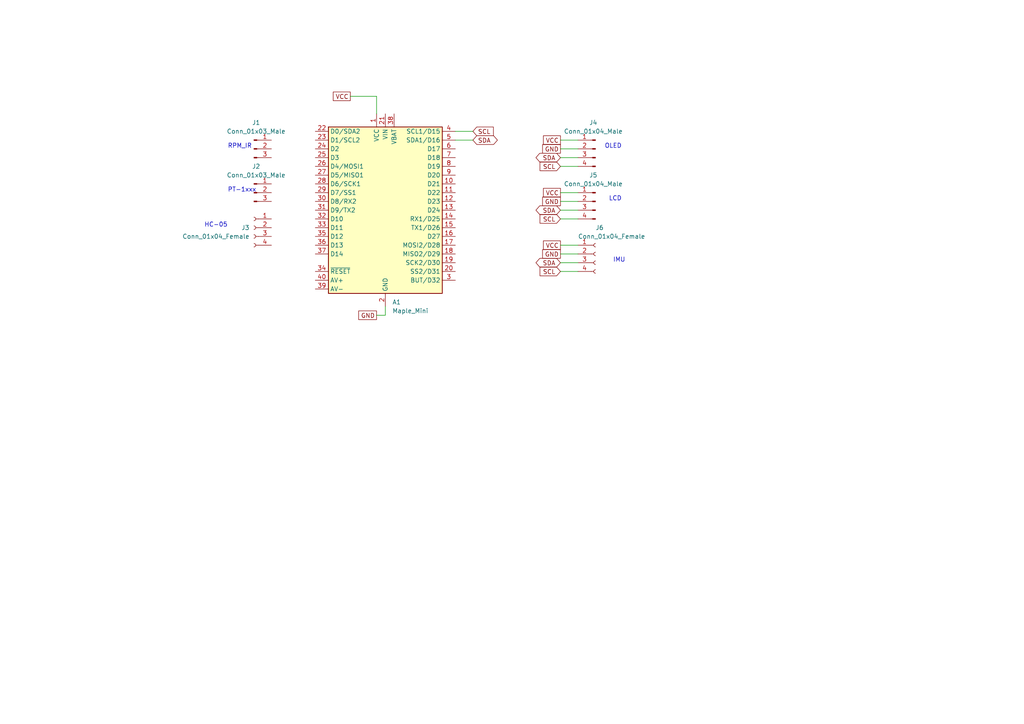
<source format=kicad_sch>
(kicad_sch (version 20211123) (generator eeschema)
  (paper "A4")
  (lib_symbols
    (symbol "Connector:Conn_01x03_Male" (pin_names (offset 1.016) hide)
      (property "Reference" "J" (at 0 5.08 0))
      (property "Value" "Conn_01x03_Male" (at 0 -5.08 0))
      (symbol "Conn_01x03_Male_1_1"
        (polyline (pts (xy 1.27 -2.54) (xy 0.8636 -2.54)) (stroke (width 0.1524)))
        (polyline (pts (xy 1.27 0) (xy 0.8636 0)) (stroke (width 0.1524)))
        (polyline (pts (xy 1.27 2.54) (xy 0.8636 2.54)) (stroke (width 0.1524)))
        (rectangle (start 0.8636 -2.413) (end 0 -2.667) (stroke (width 0.1524)) (fill (type outline)))
        (rectangle (start 0.8636 0.127) (end 0 -0.127) (stroke (width 0.1524)) (fill (type outline)))
        (rectangle (start 0.8636 2.667) (end 0 2.413) (stroke (width 0.1524)) (fill (type outline)))
        (pin passive line (at 5.08 2.54 180) (length 3.81) (name "Pin_1") (number "1"))
        (pin passive line (at 5.08 0 180) (length 3.81) (name "Pin_2") (number "2"))
        (pin passive line (at 5.08 -2.54 180) (length 3.81) (name "Pin_3") (number "3"))
      )
    )
    (symbol "Connector:Conn_01x04_Female" (pin_names (offset 1.016) hide)
      (property "Reference" "J" (at 0 5.08 0))
      (property "Value" "Conn_01x04_Female" (at 0 -7.62 0))
      (symbol "Conn_01x04_Female_1_1"
        (arc (start 0 -4.572) (mid -0.508 -5.08) (end 0 -5.588) (stroke (width 0.1524)))
        (arc (start 0 -2.032) (mid -0.508 -2.54) (end 0 -3.048) (stroke (width 0.1524)))
        (polyline (pts (xy -1.27 -5.08) (xy -0.508 -5.08)) (stroke (width 0.1524)))
        (polyline (pts (xy -1.27 -2.54) (xy -0.508 -2.54)) (stroke (width 0.1524)))
        (polyline (pts (xy -1.27 0) (xy -0.508 0)) (stroke (width 0.1524)))
        (polyline (pts (xy -1.27 2.54) (xy -0.508 2.54)) (stroke (width 0.1524)))
        (arc (start 0 0.508) (mid -0.508 0) (end 0 -0.508) (stroke (width 0.1524)))
        (arc (start 0 3.048) (mid -0.508 2.54) (end 0 2.032) (stroke (width 0.1524)))
        (pin passive line (at -5.08 2.54 0) (length 3.81) (name "Pin_1") (number "1"))
        (pin passive line (at -5.08 0 0) (length 3.81) (name "Pin_2") (number "2"))
        (pin passive line (at -5.08 -2.54 0) (length 3.81) (name "Pin_3") (number "3"))
        (pin passive line (at -5.08 -5.08 0) (length 3.81) (name "Pin_4") (number "4"))
      )
    )
    (symbol "Connector:Conn_01x04_Male" (pin_names (offset 1.016) hide)
      (property "Reference" "J" (at 0 5.08 0))
      (property "Value" "Conn_01x04_Male" (at 0 -7.62 0))
      (symbol "Conn_01x04_Male_1_1"
        (polyline (pts (xy 1.27 -5.08) (xy 0.8636 -5.08)) (stroke (width 0.1524)))
        (polyline (pts (xy 1.27 -2.54) (xy 0.8636 -2.54)) (stroke (width 0.1524)))
        (polyline (pts (xy 1.27 0) (xy 0.8636 0)) (stroke (width 0.1524)))
        (polyline (pts (xy 1.27 2.54) (xy 0.8636 2.54)) (stroke (width 0.1524)))
        (rectangle (start 0.8636 -4.953) (end 0 -5.207) (stroke (width 0.1524)) (fill (type outline)))
        (rectangle (start 0.8636 -2.413) (end 0 -2.667) (stroke (width 0.1524)) (fill (type outline)))
        (rectangle (start 0.8636 0.127) (end 0 -0.127) (stroke (width 0.1524)) (fill (type outline)))
        (rectangle (start 0.8636 2.667) (end 0 2.413) (stroke (width 0.1524)) (fill (type outline)))
        (pin passive line (at 5.08 2.54 180) (length 3.81) (name "Pin_1") (number "1"))
        (pin passive line (at 5.08 0 180) (length 3.81) (name "Pin_2") (number "2"))
        (pin passive line (at 5.08 -2.54 180) (length 3.81) (name "Pin_3") (number "3"))
        (pin passive line (at 5.08 -5.08 180) (length 3.81) (name "Pin_4") (number "4"))
      )
    )
    (symbol "MCU_Module:Maple_Mini"
      (property "Reference" "A" (at -16.51 25.4 0))
      (property "Value" "Maple_Mini" (at 16.51 25.4 0))
      (symbol "Maple_Mini_0_1"
        (rectangle (start -16.51 24.13) (end 16.51 -24.13) (stroke (width 0.254)) (fill (type background)))
      )
      (symbol "Maple_Mini_1_1"
        (pin power_in line (at -2.54 27.94 270) (length 3.81) (name "VCC") (number "1"))
        (pin bidirectional line (at 20.32 7.62 180) (length 3.81) (name "D21") (number "10"))
        (pin bidirectional line (at 20.32 5.08 180) (length 3.81) (name "D22") (number "11"))
        (pin bidirectional line (at 20.32 2.54 180) (length 3.81) (name "D23") (number "12"))
        (pin bidirectional line (at 20.32 0 180) (length 3.81) (name "D24") (number "13"))
        (pin bidirectional line (at 20.32 -2.54 180) (length 3.81) (name "RX1/D25") (number "14"))
        (pin bidirectional line (at 20.32 -5.08 180) (length 3.81) (name "TX1/D26") (number "15"))
        (pin bidirectional line (at 20.32 -7.62 180) (length 3.81) (name "D27") (number "16"))
        (pin bidirectional line (at 20.32 -10.16 180) (length 3.81) (name "MOSI2/D28") (number "17"))
        (pin bidirectional line (at 20.32 -12.7 180) (length 3.81) (name "MISO2/D29") (number "18"))
        (pin bidirectional line (at 20.32 -15.24 180) (length 3.81) (name "SCK2/D30") (number "19"))
        (pin power_in line (at 0 -27.94 90) (length 3.81) (name "GND") (number "2"))
        (pin bidirectional line (at 20.32 -17.78 180) (length 3.81) (name "SS2/D31") (number "20"))
        (pin power_in line (at 0 27.94 270) (length 3.81) (name "VIN") (number "21"))
        (pin bidirectional line (at -20.32 22.86 0) (length 3.81) (name "D0/SDA2") (number "22"))
        (pin bidirectional line (at -20.32 20.32 0) (length 3.81) (name "D1/SCL2") (number "23"))
        (pin bidirectional line (at -20.32 17.78 0) (length 3.81) (name "D2") (number "24"))
        (pin bidirectional line (at -20.32 15.24 0) (length 3.81) (name "D3") (number "25"))
        (pin bidirectional line (at -20.32 12.7 0) (length 3.81) (name "D4/MOSI1") (number "26"))
        (pin bidirectional line (at -20.32 10.16 0) (length 3.81) (name "D5/MISO1") (number "27"))
        (pin bidirectional line (at -20.32 7.62 0) (length 3.81) (name "D6/SCK1") (number "28"))
        (pin bidirectional line (at -20.32 5.08 0) (length 3.81) (name "D7/SS1") (number "29"))
        (pin bidirectional line (at 20.32 -20.32 180) (length 3.81) (name "BUT/D32") (number "3"))
        (pin bidirectional line (at -20.32 2.54 0) (length 3.81) (name "D8/RX2") (number "30"))
        (pin bidirectional line (at -20.32 0 0) (length 3.81) (name "D9/TX2") (number "31"))
        (pin bidirectional line (at -20.32 -2.54 0) (length 3.81) (name "D10") (number "32"))
        (pin bidirectional line (at -20.32 -5.08 0) (length 3.81) (name "D11") (number "33"))
        (pin input line (at -20.32 -17.78 0) (length 3.81) (name "~{RESET}") (number "34"))
        (pin bidirectional line (at -20.32 -7.62 0) (length 3.81) (name "D12") (number "35"))
        (pin bidirectional line (at -20.32 -10.16 0) (length 3.81) (name "D13") (number "36"))
        (pin bidirectional line (at -20.32 -12.7 0) (length 3.81) (name "D14") (number "37"))
        (pin power_in line (at 2.54 27.94 270) (length 3.81) (name "VBAT") (number "38"))
        (pin output line (at -20.32 -22.86 0) (length 3.81) (name "AV-") (number "39"))
        (pin bidirectional line (at 20.32 22.86 180) (length 3.81) (name "SCL1/D15") (number "4"))
        (pin output line (at -20.32 -20.32 0) (length 3.81) (name "AV+") (number "40"))
        (pin bidirectional line (at 20.32 20.32 180) (length 3.81) (name "SDA1/D16") (number "5"))
        (pin bidirectional line (at 20.32 17.78 180) (length 3.81) (name "D17") (number "6"))
        (pin bidirectional line (at 20.32 15.24 180) (length 3.81) (name "D18") (number "7"))
        (pin bidirectional line (at 20.32 12.7 180) (length 3.81) (name "D19") (number "8"))
        (pin bidirectional line (at 20.32 10.16 180) (length 3.81) (name "D20") (number "9"))
      )
    )
  )
  (wire (pts (xy 162.56 40.64) (xy 167.64 40.64)))
  (wire (pts (xy 162.56 55.88) (xy 167.64 55.88)))
  (wire (pts (xy 162.56 76.2) (xy 167.64 76.2)))
  (wire (pts (xy 162.56 45.72) (xy 167.64 45.72)))
  (wire (pts (xy 162.56 78.74) (xy 167.64 78.74)))
  (wire (pts (xy 132.08 38.1) (xy 137.16 38.1)))
  (wire (pts (xy 162.56 60.96) (xy 167.64 60.96)))
  (wire (pts (xy 162.56 73.66) (xy 167.64 73.66)))
  (wire (pts (xy 162.56 63.5) (xy 167.64 63.5)))
  (wire (pts (xy 109.22 27.94) (xy 109.22 33.02)))
  (wire (pts (xy 162.56 48.26) (xy 167.64 48.26)))
  (wire (pts (xy 162.56 71.12) (xy 167.64 71.12)))
  (wire (pts (xy 101.6 27.94) (xy 109.22 27.94)))
  (wire (pts (xy 132.08 40.64) (xy 137.16 40.64)))
  (wire (pts (xy 162.56 43.18) (xy 167.64 43.18)))
  (wire (pts (xy 109.22 91.44) (xy 111.76 91.44)))
  (wire (pts (xy 162.56 58.42) (xy 167.64 58.42)))
  (wire (pts (xy 111.76 91.44) (xy 111.76 88.9)))
  (text "IMU" (at 177.8 76.2 0) (effects (font (size 1.27 1.27)) (justify left bottom)))
  (text "RPM_IR" (at 66.04 43.18 0) (effects (font (size 1.27 1.27)) (justify left bottom)))
  (text "OLED" (at 180.34 43.18 180) (effects (font (size 1.27 1.27)) (justify right bottom)))
  (text "HC-05" (at 66.04 66.04 180) (effects (font (size 1.27 1.27)) (justify right bottom)))
  (text "PT-1xxx" (at 66.04 55.88 0) (effects (font (size 1.27 1.27)) (justify left bottom)))
  (text "LCD" (at 180.34 58.42 180) (effects (font (size 1.27 1.27)) (justify right bottom)))
  (global_label "GND" (shape passive) (at 162.56 73.66 180) (property "Intersheet References" "${INTERSHEET_REFS}" (effects hide)))
  (global_label "SCL" (shape input) (at 137.16 38.1 0) (property "Intersheet References" "${INTERSHEET_REFS}" (effects hide)))
  (global_label "SDA" (shape bidirectional) (at 162.56 60.96 180) (property "Intersheet References" "${INTERSHEET_REFS}" (effects hide)))
  (global_label "GND" (shape passive) (at 162.56 58.42 180) (property "Intersheet References" "${INTERSHEET_REFS}" (effects hide)))
  (global_label "SCL" (shape input) (at 162.56 63.5 180) (property "Intersheet References" "${INTERSHEET_REFS}" (effects hide)))
  (global_label "VCC" (shape passive) (at 162.56 71.12 180) (property "Intersheet References" "${INTERSHEET_REFS}" (effects hide)))
  (global_label "VCC" (shape passive) (at 101.6 27.94 180) (property "Intersheet References" "${INTERSHEET_REFS}" (effects hide)))
  (global_label "VCC" (shape passive) (at 162.56 40.64 180) (property "Intersheet References" "${INTERSHEET_REFS}" (effects hide)))
  (global_label "GND" (shape passive) (at 109.22 91.44 180) (property "Intersheet References" "${INTERSHEET_REFS}" (effects hide)))
  (global_label "SDA" (shape bidirectional) (at 162.56 45.72 180) (property "Intersheet References" "${INTERSHEET_REFS}" (effects hide)))
  (global_label "GND" (shape passive) (at 162.56 43.18 180) (property "Intersheet References" "${INTERSHEET_REFS}" (effects hide)))
  (global_label "SCL" (shape input) (at 162.56 78.74 180) (property "Intersheet References" "${INTERSHEET_REFS}" (effects hide)))
  (global_label "SCL" (shape input) (at 162.56 48.26 180) (property "Intersheet References" "${INTERSHEET_REFS}" (effects hide)))
  (global_label "SDA" (shape bidirectional) (at 137.16 40.64 0) (property "Intersheet References" "${INTERSHEET_REFS}" (effects hide)))
  (global_label "VCC" (shape passive) (at 162.56 55.88 180) (property "Intersheet References" "${INTERSHEET_REFS}" (effects hide)))
  (global_label "SDA" (shape bidirectional) (at 162.56 76.2 180) (property "Intersheet References" "${INTERSHEET_REFS}" (effects hide)))
  (symbol (lib_id "Connector:Conn_01x03_Male") (at 73.66 55.88 0) (unit 1)
    (property "Reference" "J2" (at 74.295 48.26 0))
    (property "Value" "Conn_01x03_Male" (at 74.295 50.8 0))
    (property "Footprint" "Connector:FanPinHeader_1x03_P2.54mm_Vertical" (effects hide))
  )
  (symbol (lib_id "Connector:Conn_01x04_Female") (at 172.72 73.66 0) (unit 1)
    (property "Reference" "J6" (at 172.72 66.04 0) (effects (justify left)))
    (property "Value" "Conn_01x04_Female" (at 167.64 68.58 0) (effects (justify left)))
    (property "Footprint" "Connector:FanPinHeader_1x04_P2.54mm_Vertical" (effects hide))
  )
  (symbol (lib_id "Connector:Conn_01x03_Male") (at 73.66 43.18 0) (unit 1)
    (property "Reference" "J1" (at 74.295 35.56 0))
    (property "Value" "Conn_01x03_Male" (at 74.295 38.1 0))
    (property "Footprint" "Connector:FanPinHeader_1x03_P2.54mm_Vertical" (effects hide))
  )
  (symbol (lib_id "Connector:Conn_01x04_Male") (at 172.72 43.18 0) (mirror y) (unit 1)
    (property "Reference" "J4" (at 172.085 35.56 0))
    (property "Value" "Conn_01x04_Male" (at 172.085 38.1 0))
  )
  (symbol (lib_id "Connector:Conn_01x04_Male") (at 172.72 58.42 0) (mirror y) (unit 1)
    (property "Reference" "J5" (at 172.085 50.8 0))
    (property "Value" "Conn_01x04_Male" (at 172.085 53.34 0))
  )
  (symbol (lib_id "MCU_Module:Maple_Mini") (at 111.76 60.96 0) (unit 1)
    (property "Reference" "A1" (at 113.7794 87.63 0) (effects (justify left)))
    (property "Value" "Maple_Mini" (at 113.7794 90.17 0) (effects (justify left)))
    (property "Footprint" "Module:Maple_Mini" (effects hide))
    (property "Datasheet" "http://docs.leaflabs.com/static.leaflabs.com/pub/leaflabs/maple-docs/0.0.12/hardware/maple-mini.html" (effects hide))
  )
  (symbol (lib_id "Connector:Conn_01x04_Female") (at 73.66 66.04 0) (mirror y) (unit 1)
    (property "Reference" "J3" (at 72.39 66.0399 0) (effects (justify left)))
    (property "Value" "Conn_01x04_Female" (at 72.39 68.5799 0) (effects (justify left)))
    (property "Footprint" "Connector:FanPinHeader_1x04_P2.54mm_Vertical" (effects hide))
  )
)
</source>
